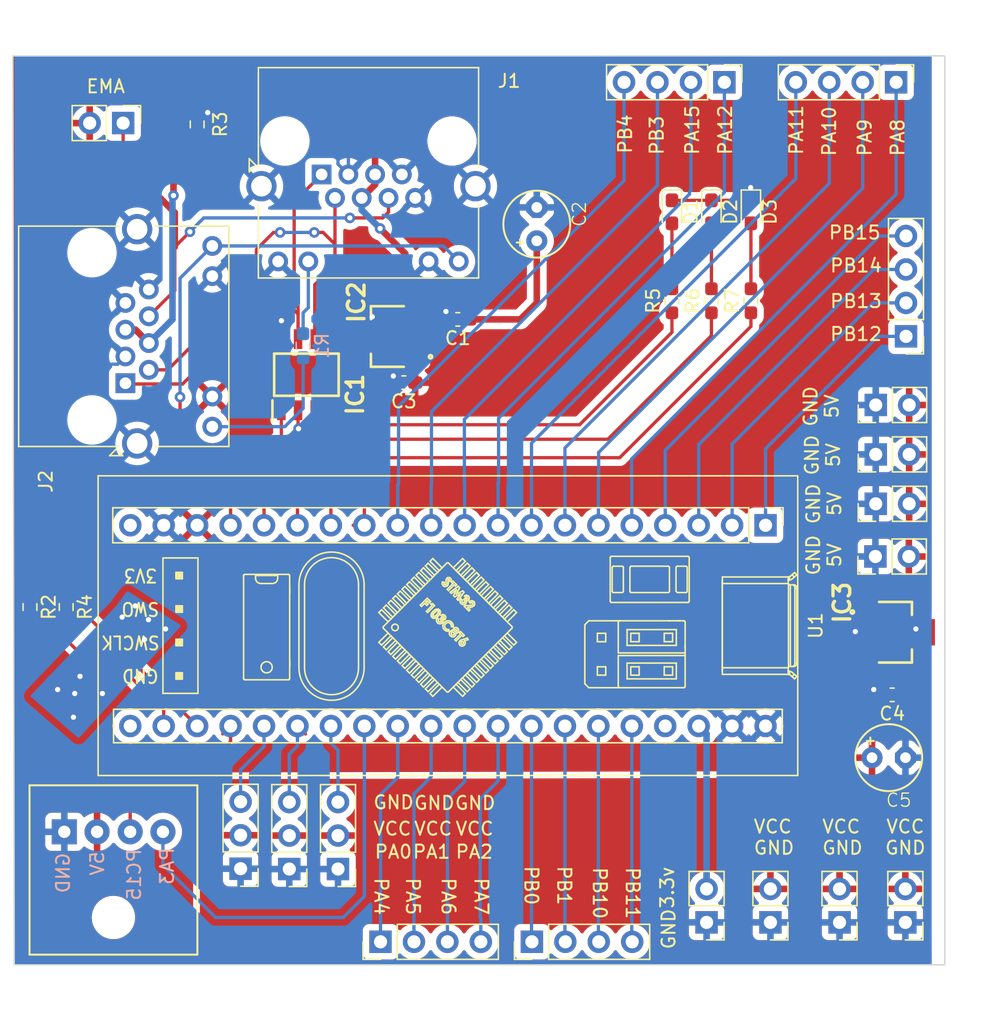
<source format=kicad_pcb>
(kicad_pcb (version 20221018) (generator pcbnew)
  (layers (0 "F.Cu" signal) (31 "B.Cu" signal) (34 "B.Paste" user) (35 "F.Paste" user) (36 "B.SilkS" user "B.Silkscreen") (37 "F.SilkS" user "F.Silkscreen") (38 "B.Mask" user) (39 "F.Mask" user) (44 "Edge.Cuts" user))
  (net 0 "")
  (net 1 "GND")
  (net 2 "5V")
  (net 3 "VCC")
  (net 4 "Net-(D1-A)")
  (net 5 "Net-(D2-A)")
  (net 6 "Net-(D3-A)")
  (net 7 "CAN_TX")
  (net 8 "CAN_RX")
  (net 9 "Net-(IC1-CANL)")
  (net 10 "Net-(IC1-CANH)")
  (net 11 "EMS_button")
  (net 12 "Net-(J1-Pad10)")
  (net 13 "LED_CAN")
  (net 14 "Net-(J2-Pad9)")
  (net 15 "servo0")
  (net 16 "servo1")
  (net 17 "servo2")
  (net 18 "Net-(J7-Pin_1)")
  (net 19 "Net-(J7-Pin_2)")
  (net 20 "Net-(J7-Pin_3)")
  (net 21 "Net-(J7-Pin_4)")
  (net 22 "Net-(J8-Pin_1)")
  (net 23 "Net-(J8-Pin_2)")
  (net 24 "Net-(J8-Pin_3)")
  (net 25 "Net-(J8-Pin_4)")
  (net 26 "/ENC_A")
  (net 27 "/ENC_B")
  (net 28 "Net-(J10-Pin_1)")
  (net 29 "Net-(J10-Pin_2)")
  (net 30 "Net-(J10-Pin_3)")
  (net 31 "Net-(J10-Pin_4)")
  (net 32 "Net-(J11-Pin_1)")
  (net 33 "Net-(J11-Pin_2)")
  (net 34 "Net-(J11-Pin_3)")
  (net 35 "Net-(J11-Pin_4)")
  (net 36 "Net-(J12-Pin_1)")
  (net 37 "Net-(J12-Pin_2)")
  (net 38 "Net-(J12-Pin_3)")
  (net 39 "Net-(J12-Pin_4)")
  (net 40 "3v3")
  (net 41 "EMS")
  (net 42 "Net-(U1-PC14)")
  (net 43 "LED0")
  (net 44 "LED1")
  (net 45 "LED2")
  (net 48 "/CAN_ENA")
  (footprint "Resistor_SMD:R_0603_1608Metric_Pad0.98x0.95mm_HandSolder" (layer "F.Cu") (at 107.26875 74.5875 90)
    (fp_text reference "R6")
    (fp_text value "1k")
  )
  (footprint "Connector_PinHeader_2.54mm:PinHeader_1x02_P2.54mm_Vertical" (layer "F.Cu") (at 119.75 86.25 90)
    (fp_text reference "J16" hide)
    (fp_text value "Conn_01x02_Pin")
  )
  (footprint "Resistor_SMD:R_0603_1608Metric_Pad0.98x0.95mm_HandSolder" (layer "F.Cu") (at 110.26875 74.5875 90)
    (fp_text reference "R7")
    (fp_text value "1k")
  )
  (footprint "Connector_PinHeader_2.54mm:PinHeader_1x04_P2.54mm_Vertical" (layer "F.Cu") (at 121.3 58 -90)
    (fp_text reference "J11" hide)
    (fp_text value "Conn_01x04_Pin")
  )
  (footprint "Connector_RJ:RJ45_Amphenol_RJHSE538X" (layer "F.Cu") (at 62.75 80.846 90)
    (fp_text reference "J2")
    (fp_text value "RJ45_LED_Shielded")
  )
  (footprint "Connector_PinHeader_2.54mm:PinHeader_1x04_P2.54mm_Vertical" (layer "F.Cu") (at 93.63 123.25 90)
    (fp_text reference "J10" hide)
    (fp_text value "Conn_01x04_Pin")
  )
  (footprint "LED_SMD:LED_0603_1608Metric_Pad1.05x0.95mm_HandSolder" (layer "F.Cu") (at 104.26875 67.8375 -90)
    (fp_text reference "D1")
    (fp_text value "D")
  )
  (footprint "LED_SMD:LED_0603_1608Metric_Pad1.05x0.95mm_HandSolder" (layer "F.Cu") (at 107.26875 67.8375 -90)
    (fp_text reference "D2")
    (fp_text value "D")
  )
  (footprint "LED_SMD:LED_0603_1608Metric_Pad1.05x0.95mm_HandSolder" (layer "F.Cu") (at 110.26875 67.8375 -90)
    (fp_text reference "D3")
    (fp_text value "D")
  )
  (footprint "Connector_PinHeader_2.54mm:PinHeader_1x04_P2.54mm_Vertical" (layer "F.Cu") (at 82.13 123.25 90)
    (fp_text reference "J7" hide)
    (fp_text value "Conn_01x04_Pin")
  )
  (footprint "Library:encoder_connect" (layer "F.Cu") (at 61.8462 118.15 180)
    (fp_text reference "J9" hide)
    (fp_text value "Conn_01x04_Pin")
  )
  (footprint "Connector_PinHeader_2.54mm:PinHeader_1x03_P2.54mm_Vertical" (layer "F.Cu") (at 71.5 117.7 180)
    (fp_text reference "J3" hide)
    (fp_text value "Conn_01x03_Pin")
  )
  (footprint "Connector_PinHeader_2.54mm:PinHeader_1x04_P2.54mm_Vertical" (layer "F.Cu") (at 122.05 77.29 180)
    (fp_text reference "J12" hide)
    (fp_text value "Conn_01x04_Pin")
  )
  (footprint "Capacitor_SMD:C_0603_1608Metric_Pad1.08x0.95mm_HandSolder" (layer "F.Cu") (at 88 76 180)
    (fp_text reference "C1")
    (fp_text value "47u")
  )
  (footprint "Library:4-PIN-HSOP" (layer "F.Cu") (at 82.65 77.3 90)
    (fp_text reference "IC2")
    (fp_text value "TA78L05F_F_" hide)
  )
  (footprint "Library:big_cap" (layer "F.Cu") (at 97.73 68.008 90)
    (fp_text reference "C2")
    (fp_text value "100n")
  )
  (footprint "Connector_PinHeader_2.54mm:PinHeader_1x02_P2.54mm_Vertical" (layer "F.Cu") (at 106.9 121.775 180)
    (fp_text reference "J18" hide)
    (fp_text value "Conn_01x02_Pin")
  )
  (footprint "Library:NCV7351D1ER2G" (layer "F.Cu") (at 76.5 80.2 90)
    (fp_text reference "IC1")
    (fp_text value "NCV7351D1ER2G" hide)
  )
  (footprint "Connector_PinHeader_2.54mm:PinHeader_1x02_P2.54mm_Vertical" (layer "F.Cu") (at 117 121.775 180)
    (fp_text reference "J19" hide)
    (fp_text value "Conn_01x02_Pin")
  )
  (footprint "Resistor_SMD:R_0603_1608Metric_Pad0.98x0.95mm_HandSolder" (layer "F.Cu") (at 58.25 97.8375 -90)
    (fp_text reference "R4")
    (fp_text value "100")
  )
  (footprint "Resistor_SMD:R_0603_1608Metric_Pad0.98x0.95mm_HandSolder" (layer "F.Cu") (at 104.26875 74.5875 90)
    (fp_text reference "R5")
    (fp_text value "1k")
  )
  (footprint "Connector_PinHeader_2.54mm:PinHeader_1x02_P2.54mm_Vertical" (layer "F.Cu") (at 122 121.775 180)
    (fp_text reference "J6" hide)
    (fp_text value "Conn_01x02_Pin")
  )
  (footprint "Connector_PinHeader_2.54mm:PinHeader_1x02_P2.54mm_Vertical" (layer "F.Cu") (at 119.75 90 90)
    (fp_text reference "J15" hide)
    (fp_text value "Conn_01x02_Pin")
  )
  (footprint "Connector_PinHeader_2.54mm:PinHeader_1x03_P2.54mm_Vertical" (layer "F.Cu") (at 78.9 117.725 180)
    (fp_text reference "J5" hide)
    (fp_text value "Conn_01x03_Pin")
  )
  (footprint "Connector_PinHeader_2.54mm:PinHeader_1x02_P2.54mm_Vertical" (layer "F.Cu") (at 62.575 61.1 -90)
    (fp_text reference "J13" hide)
    (fp_text value "Conn_01x02_Pin")
  )
  (footprint "Connector_PinHeader_2.54mm:PinHeader_1x02_P2.54mm_Vertical" (layer "F.Cu") (at 119.75 82.5 90)
    (fp_text reference "J17" hide)
    (fp_text value "Conn_01x02_Pin")
  )
  (footprint "Resistor_SMD:R_0603_1608Metric_Pad0.98x0.95mm_HandSolder" (layer "F.Cu") (at 55.5 97.8375 -90)
    (fp_text reference "R2")
    (fp_text value "1k")
  )
  (footprint "Resistor_SMD:R_0603_1608Metric_Pad0.98x0.95mm_HandSolder" (layer "F.Cu") (at 68.2 61.2 -90)
    (fp_text reference "R3")
    (fp_text value "100k")
  )
  (footprint "Library:big_cap" (layer "F.Cu") (at 121.5 113)
    (fp_text reference "C5")
    (fp_text value "100n")
  )
  (footprint "Capacitor_SMD:C_0603_1608Metric_Pad1.08x0.95mm_HandSolder" (layer "F.Cu") (at 83.9 80.8 180)
    (fp_text reference "C3")
    (fp_text value "330n")
  )
  (footprint "Library:YAAJ_BluePill_1" (layer "F.Cu") (at 111.38 91.63 -90)
    (fp_text reference "U1")
    (fp_text value "~" hide)
  )
  (footprint "Library:4-PIN-HSOP" (layer "F.Cu") (at 121.25 99.75 -90)
    (fp_text reference "IC3")
    (fp_text value "TA78L05F_F_" hide)
  )
  (footprint "Connector_PinHeader_2.54mm:PinHeader_1x04_P2.54mm_Vertical" (layer "F.Cu") (at 108.25 58 -90)
    (fp_text reference "J8" hide)
    (fp_text value "Conn_01x04_Pin")
  )
  (footprint "Connector_PinHeader_2.54mm:PinHeader_1x02_P2.54mm_Vertical" (layer "F.Cu") (at 111.75 121.775 180)
    (fp_text reference "J20" hide)
    (fp_text value "Conn_01x02_Pin")
  )
  (footprint "Connector_PinHeader_2.54mm:PinHeader_1x03_P2.54mm_Vertical" (layer "F.Cu") (at 75.2 117.725 180)
    (fp_text reference "J4" hide)
    (fp_text value "Conn_01x03_Pin")
  )
  (footprint "Capacitor_SMD:C_0603_1608Metric_Pad1.08x0.95mm_HandSolder" (layer "F.Cu") (at 121 104.5 180)
    (fp_text reference "C4")
    (fp_text value "47u")
  )
  (footprint "Connector_RJ:RJ45_Amphenol_RJHSE538X" (layer "F.Cu") (at 77.654 65)
    (fp_text reference "J1")
    (fp_text value "RJ45_LED_Shielded")
  )
  (footprint "Connector_PinHeader_2.54mm:PinHeader_1x02_P2.54mm_Vertical" (layer "F.Cu") (at 119.725 94 90)
    (fp_text reference "J14" hide)
    (fp_text value "Conn_01x02_Pin")
  )
  (footprint "Resistor_SMD:R_0603_1608Metric_Pad0.98x0.95mm_HandSolder" (layer "B.Cu") (at 76.25 78 90)
    (fp_text reference "R1")
    (fp_text value "100Ω")
  )
  (gr_line (start 125 56) (end 124.2 56) (stroke (width 0.1)) (layer "Edge.Cuts"))
  (gr_line (start 124 125) (end 124.2 125) (stroke (width 0.1)) (layer "Edge.Cuts"))
  (gr_line (start 124.2 56) (end 124 56) (stroke (width 0.1)) (layer "Edge.Cuts"))
  (gr_line (start 125 125) (end 125 56) (stroke (width 0.1)) (layer "Edge.Cuts"))
  (gr_line (start 124 56) (end 54.2 56) (stroke (width 0.1)) (layer "Edge.Cuts"))
  (gr_line (start 54.3 125) (end 124 125) (stroke (width 0.1)) (layer "Edge.Cuts"))
  (gr_line (start 54.2 56) (end 54.3 125) (stroke (width 0.1)) (layer "Edge.Cuts"))
  (gr_line (start 124.2 125) (end 125 125) (stroke (width 0.1)) (layer "Edge.Cuts"))
  (gr_text "PC15" (at 64 116.1 -270) (layer "B.SilkS") (effects (font (size 1 1)) (justify left bottom mirror)))
  (gr_text "PA3" (at 66.5 116 -270) (layer "B.SilkS") (effects (font (size 1 1)) (justify left bottom mirror)))
  (gr_text "5V" (at 61.2 116.3 -270) (layer "B.SilkS") (effects (font (size 1 1)) (justify left bottom mirror)))
  (gr_text "GND" (at 58.6 116.4 -270) (layer "B.SilkS") (effects (font (size 1 1)) (justify left bottom mirror)))
  (gr_text "PB10" (at 98.2 117.5 270) (layer "F.SilkS") (effects (font (size 1 1)) (justify left bottom)))
  (gr_text "GND\n5V" (at 117.2 93.9 90) (layer "F.SilkS") (effects (font (size 1 1)) (justify bottom)))
  (gr_text "PB1" (at 95.5 117.4 270) (layer "F.SilkS") (effects (font (size 1 1)) (justify left bottom)))
  (gr_text "PB4" (at 101.3 63.5 90) (layer "F.SilkS") (effects (font (size 1 1)) (justify left bottom)))
  (gr_text "EMA" (at 59.7 58.9) (layer "F.SilkS") (effects (font (size 1 1)) (justify left bottom)))
  (gr_text "PB14" (at 116.2 72.5) (layer "F.SilkS") (effects (font (size 1 1)) (justify left bottom)))
  (gr_text "PA1" (at 84.5 117) (layer "F.SilkS") (effects (font (size 1 1)) (justify left bottom)))
  (gr_text "GND" (at 84.6 113.3) (layer "F.SilkS") (effects (font (size 1 1)) (justify left bottom)))
  (gr_text "VCC" (at 84.6 115.25) (layer "F.SilkS") (effects (font (size 1 1)) (justify left bottom)))
  (gr_text "PB3" (at 103.7 63.6 90) (layer "F.SilkS") (effects (font (size 1 1)) (justify left bottom)))
  (gr_text "GND" (at 104.6 123.9 90) (layer "F.SilkS") (effects (font (size 1 1)) (justify left bottom)))
  (gr_text "PA6" (at 86.7 118.3 270) (layer "F.SilkS") (effects (font (size 1 1)) (justify left bottom)))
  (gr_text "GND\n5V" (at 117.1 86.3 90) (layer "F.SilkS") (effects (font (size 1 1)) (justify bottom)))
  (gr_text "PA12" (at 108.9 63.6 90) (layer "F.SilkS") (effects (font (size 1 1)) (justify left bottom)))
  (gr_text "3.3v" (at 104.5 120.8 90) (layer "F.SilkS") (effects (font (size 1 1)) (justify left bottom)))
  (gr_text "VCC\nGND" (at 110.4 116.7) (layer "F.SilkS") (effects (font (size 1 1)) (justify left bottom)))
  (gr_text "GND" (at 87.7 113.3) (layer "F.SilkS") (effects (font (size 1 1)) (justify left bottom)))
  (gr_text "PA2" (at 87.75 117) (layer "F.SilkS") (effects (font (size 1 1)) (justify left bottom)))
  (gr_text "PB13" (at 116.2 75.2) (layer "F.SilkS") (effects (font (size 1 1)) (justify left bottom)))
  (gr_text "PA9" (at 119.5 63.7 90) (layer "F.SilkS") (effects (font (size 1 1)) (justify left bottom)))
  (gr_text "VCC\nGND" (at 115.6 116.7) (layer "F.SilkS") (effects (font (size 1 1)) (justify left bottom)))
  (gr_text "GND\n5V" (at 117.2 90 90) (layer "F.SilkS") (effects (font (size 1 1)) (justify bottom)))
  (gr_text "GND\n5V" (at 117 82.6 90) (layer "F.SilkS") (effects (font (size 1 1)) (justify bottom)))
  (gr_text "VCC" (at 87.75 115.25) (layer "F.SilkS") (effects (font (size 1 1)) (justify left bottom)))
  (gr_text "GND" (at 81.5 113.25) (layer "F.SilkS") (effects (font (size 1 1)) (justify left bottom)))
  (gr_text "PB15" (at 116.1 70) (layer "F.SilkS") (effects (font (size 1 1)) (justify left bottom)))
  (gr_text "PA15" (at 106.4 63.6 90) (layer "F.SilkS") (effects (font (size 1 1)) (justify left bottom)))
  (gr_text "PA10" (at 116.8 63.7 90) (layer "F.SilkS") (effects (font (size 1 1)) (justify left bottom)))
  (gr_text "VCC\nGND" (at 122 116.7) (layer "F.SilkS") (effects (font (size 1 1)) (justify bottom)))
  (gr_text "PA8" (at 122 63.7 90) (layer "F.SilkS") (effects (font (size 1 1)) (justify left bottom)))
  (gr_text "PA7" (at 89.2 118.3 270) (layer "F.SilkS") (effects (font (size 1 1)) (justify left bottom)))
  (gr_text "PB11" (at 100.7 117.5 270) (layer "F.SilkS") (effects (font (size 1 1)) (justify left bottom)))
  (gr_text "VCC" (at 81.5 115.25) (layer "F.SilkS") (effects (font (size 1 1)) (justify left bottom)))
  (gr_text "PA0" (at 81.6 117) (layer "F.SilkS") (effects (font (size 1 1)) (justify left bottom)))
  (gr_text "PB12" (at 116.2 77.7) (layer "F.SilkS") (effects (font (size 1 1)) (justify left bottom)))
  (gr_text "PA5" (at 84 118.3 270) (layer "F.SilkS") (effects (font (size 1 1)) (justify left bottom)))
  (gr_text "PA4" (at 81.6 118.3 270) (layer "F.SilkS") (effects (font (size 1 1)) (justify left bottom)))
  (gr_text "PA11" (at 114.3 63.6 90) (layer "F.SilkS") (effects (font (size 1 1)) (justify left bottom)))
  (gr_text "PB0" (at 93 117.4 270) (layer "F.SilkS") (effects (font (size 1 1)) (justify left bottom)))
  (segment (start 87.1375 76) (end 87.1375 75.4375) (width 0.25) (layer "F.Cu") (net 1))
  (segment (start 87.1375 75.4375) (end 87.1 75.4) (width 0.25) (layer "F.Cu") (net 1))
  (segment (start 75.865 84.265) (end 75.9 84.3) (width 0.25) (layer "F.Cu") (net 1))
  (segment (start 120.1375 104.5) (end 120 104.5) (width 0.5) (layer "F.Cu") (net 1))
  (segment (start 110.26875 66.9625) (end 110.26875 66.01875) (width 0.25) (layer "F.Cu") (net 1))
  (segment (start 74.595 77.5) (end 74.595 76.105) (width 0.25) (layer "F.Cu") (net 1))
  (segment (start 119.5 99.75) (end 118.25 99.75) (width 0.5) (layer "F.Cu") (net 1))
  (segment (start 83.0375 80.3625) (end 83.1 80.3) (width 0.25) (layer "F.Cu") (net 1))
  (segment (start 74.595 76.105) (end 74.6 76.1) (width 0.25) (layer "F.Cu") (net 1))
  (segment (start 122.375 99.75) (end 122.55 99.75) (width 0.5) (layer "F.Cu") (net 1))
  (segment (start 118.25 99.75) (end 118.2 99.7) (width 0.5) (layer "F.Cu") (net 1))
  (segment (start 110.26875 66.9625) (end 104.26875 66.9625) (width 0.25) (layer "F.Cu") (net 1))
  (segment (start 82.1 80.8) (end 83.0375 80.8) (width 0.25) (layer "F.Cu") (net 1))
  (segment (start 122.55 99.75) (end 122.8 99.5) (width 0.5) (layer "F.Cu") (net 1))
  (segment (start 110.26875 66.01875) (end 110.25 66) (width 0.25) (layer "F.Cu") (net 1))
  (segment (start 81.525 77.3) (end 81.525 80.225) (width 0.25) (layer "F.Cu") (net 1))
  (segment (start 68.9875 60.2875) (end 69 60.3) (width 0.25) (layer "F.Cu") (net 1))
  (segment (start 120 104.5) (end 119.6 104.1) (width 0.5) (layer "F.Cu") (net 1))
  (segment (start 87.1375 76.1625) (end 86 77.3) (width 0.25) (layer "F.Cu") (net 1))
  (segment (start 83.0375 80.8) (end 83.0375 80.3625) (width 0.25) (layer "F.Cu") (net 1))
  (segment (start 75.865 82.9) (end 75.865 84.265) (width 0.25) (layer "F.Cu") (net 1))
  (segment (start 81.525 75.825) (end 81.5 75.8) (width 0.25) (layer "F.Cu") (net 1))
  (segment (start 81.525 77.3) (end 81.525 75.825) (width 0.25) (layer "F.Cu") (net 1))
  (segment (start 86 77.3) (end 84.4 77.3) (width 0.25) (layer "F.Cu") (net 1))
  (segment (start 81.525 80.225) (end 82.1 80.8) (width 0.25) (layer "F.Cu") (net 1))
  (segment (start 68.2 60.2875) (end 68.9875 60.2875) (width 0.25) (layer "F.Cu") (net 1))
  (segment (start 87.1375 76) (end 87.1375 76.1625) (width 0.25) (layer "F.Cu") (net 1))
  (via (at 118.2 99.7) (size 0.8) (drill 0.4) (layers "F.Cu" "B.Cu") (net 1))
  (via (at 119.6 104.1) (size 0.8) (drill 0.4) (layers "F.Cu" "B.Cu") (net 1))
  (via (at 75.9 84.3) (size 0.8) (drill 0.4) (layers "F.Cu" "B.Cu") (net 1))
  (via (at 122.8 99.5) (size 0.8) (drill 0.4) (layers "F.Cu" "B.Cu") (net 1))
  (via (at 74.6 76.1) (size 0.8) (drill 0.4) (layers "F.Cu" "B.Cu") (net 1))
  (via (at 81.5 75.8) (size 0.8) (drill 0.4) (layers "F.Cu" "B.Cu") (net 1))
  (via (at 83.1 80.3) (size 0.8) (drill 0.4) (layers "F.Cu" "B.Cu") (net 1))
  (via (at 87.1 75.4) (size 0.8) (drill 0.4) (layers "F.Cu" "B.Cu") (net 1))
  (via (at 110.25 66) (size 0.8) (drill 0.4) (layers "F.Cu" "B.Cu") (net 1))
  (via (at 69 60.3) (size 0.8) (drill 0.4) (layers "F.Cu" "B.Cu") (net 1))
  (segment (start 62.75 78.814) (end 62.164 79.4) (width 0.25) (layer "B.Cu") (net 1))
  (segment (start 79.686 65) (end 78.9 64.214) (width 0.25) (layer "B.Cu") (net 1))
  (segment (start 79.686 65) (end 79.686 63.614) (width 0.25) (layer "B.Cu") (net 1))
  (segment (start 62.164 79.4) (end 61.6 79.4) (width 0.25) (layer "B.Cu") (net 1))
  (segment (start 78.975 117.83) (end 79 117.805) (width 0.5) (layer "B.Cu") (net 1))
  (segment (start 78.9 64.214) (end 78.9 63.8) (width 0.25) (layer "B.Cu") (net 1))
  (via (at 64.2 100.3) (size 0.8) (drill 0.4) (layers "F.Cu" "B.Cu") (net 2))
  (via (at 57.6 104.1) (size 0.8) (drill 0.4) (layers "F.Cu" "B.Cu") (net 2))
  (via (at 61 104.4) (size 0.8) (drill 0.4) (layers "F.Cu" "B.Cu") (net 2))
  (via (at 63.5 97.75) (size 0.8) (drill 0.4) (layers "F.Cu" "B.Cu") (net 2))
  (via (at 65.8 99.5) (size 0.8) (drill 0.4) (layers "F.Cu" "B.Cu") (net 2))
  (via (at 62.5 98.6) (size 0.8) (drill 0.4) (layers "F.Cu" "B.Cu") (net 2))
  (via (at 58.9 104.4) (size 0.8) (drill 0.4) (layers "F.Cu" "B.Cu") (net 2))
  (via (at 64.5 98.8) (size 0.8) (drill 0.4) (layers "F.Cu" "B.Cu") (net 2))
  (via (at 58.8 106.2) (size 0.8) (drill 0.4) (layers "F.Cu" "B.Cu") (net 2))
  (via (at 59.3 103.1) (size 0.8) (drill 0.4) (layers "F.Cu" "B.Cu") (net 2))
  (segment (start 104.26875 73.675) (end 104.26875 68.7125) (width 0.25) (layer "F.Cu") (net 4))
  (segment (start 107.26875 73.675) (end 107.26875 68.7125) (width 0.25) (layer "F.Cu") (net 5))
  (segment (start 110.26875 73.675) (end 110.26875 68.7125) (width 0.25) (layer "F.Cu") (net 6))
  (segment (start 74.595 84.905) (end 70.74 88.76) (width 0.25) (layer "F.Cu") (net 7))
  (segment (start 74.595 82.9) (end 74.595 84.905) (width 0.25) (layer "F.Cu") (net 7))
  (segment (start 70.74 88.76) (end 70.74 91.63) (width 0.25) (layer "F.Cu") (net 7))
  (segment (start 78.405 83.995) (end 73.28 89.12) (width 0.25) (layer "F.Cu") (net 8))
  (segment (start 73.28 89.12) (end 73.28 91.63) (width 0.25) (layer "F.Cu") (net 8))
  (segment (start 78.405 82.9) (end 78.405 83.995) (width 0.25) (layer "F.Cu") (net 8))
  (segment (start 72.7 73.1) (end 72.7 70.7) (width 0.25) (layer "F.Cu") (net 9))
  (segment (start 78.67 70.3) (end 78.67 71.83) (width 0.25) (layer "F.Cu") (net 9))
  (segment (start 64.53 79.83) (end 65.97 79.83) (width 0.25) (layer "F.Cu") (net 9))
  (segment (start 78.67 66.78) (end 78.67 70.3) (width 0.25) (layer "F.Cu") (net 9))
  (segment (start 77.135 73.365) (end 77.135 77.5) (width 0.25) (layer "F.Cu") (net 9))
  (segment (start 72.7 70.7) (end 74 69.4) (width 0.25) (layer "F.Cu") (net 9))
  (segment (start 77.1 69.4) (end 77.77 69.4) (width 0.25) (layer "F.Cu") (net 9))
  (segment (start 65.97 79.83) (end 72.7 73.1) (width 0.25) (layer "F.Cu") (net 9))
  (segment (start 74 69.4) (end 74.5 69.4) (width 0.25) (layer "F.Cu") (net 9))
  (segment (start 77.77 69.4) (end 78.67 70.3) (width 0.25) (layer "F.Cu") (net 9))
  (segment (start 78.67 71.83) (end 77.135 73.365) (width 0.25) (layer "F.Cu") (net 9))
  (via (at 74.5 69.4) (size 0.8) (drill 0.4) (layers "F.Cu" "B.Cu") (net 9))
  (via (at 77.1 69.4) (size 0.8) (drill 0.4) (layers "F.Cu" "B.Cu") (net 9))
  (segment (start 74.5 69.4) (end 77.1 69.4) (width 0.25) (layer "B.Cu") (net 9))
  (segment (start 74.965 74.7) (end 75.865 75.6) (width 0.25) (layer "F.Cu") (net 10))
  (segment (start 62.75 80.846) (end 62.809 80.905) (width 0.25) (layer "F.Cu") (net 10))
  (segment (start 75.569 67.085) (end 75.569 73.569) (width 0.25) (layer "F.Cu") (net 10))
  (segment (start 73.3 74.7) (end 74.965 74.7) (width 0.25) (layer "F.Cu") (net 10))
  (segment (start 67.095 80.905) (end 73.3 74.7) (width 0.25) (layer "F.Cu") (net 10))
  (segment (start 75.865 73.865) (end 75.865 75.6) (width 0.25) (layer "F.Cu") (net 10))
  (segment (start 75.569 73.569) (end 75.865 73.865) (width 0.25) (layer "F.Cu") (net 10))
  (segment (start 77.654 65) (end 75.569 67.085) (width 0.25) (layer "F.Cu") (net 10))
  (segment (start 62.809 80.905) (end 67.095 80.905) (width 0.25) (layer "F.Cu") (net 10))
  (segment (start 75.865 75.6) (end 75.865 77.5) (width 0.25) (layer "F.Cu") (net 10))
  (segment (start 82.3 68.3) (end 79.8 68.3) (width 0.25) (layer "F.Cu") (net 11))
  (segment (start 55.5 96.925) (end 55.5 70.175) (width 0.25) (layer "F.Cu") (net 11))
  (segment (start 62.575 63.1) (end 62.575 63.975) (width 0.25) (layer "F.Cu") (net 11))
  (segment (start 64.4 65.8) (end 64.5 65.9) (width 0.25) (layer "F.Cu") (net 11))
  (segment (start 64.5 65.9) (end 66.5 67.9) (width 0.5) (layer "F.Cu") (net 11))
  (segment (start 66.5 70.5) (end 66.5 73.796) (width 0.25) (layer "F.Cu") (net 11))
  (segment (start 66.5 67.9) (end 66.5 70.5) (width 0.5) (layer "F.Cu") (net 11))
  (segment (start 82.734 66.78) (end 82.734 67.866) (width 0.25) (layer "F.Cu") (net 11))
  (segment (start 64.4 64.3) (end 64.4 65.8) (width 0.25) (layer "F.Cu") (net 11))
  (segment (start 55.5 70.175) (end 62.575 63.1) (width 0.25) (layer "F.Cu") (net 11))
  (segment (start 82.734 67.866) (end 82.3 68.3) (width 0.25) (layer "F.Cu") (net 11))
  (segment (start 62.575 61.1) (end 62.575 63.1) (width 0.25) (layer "F.Cu") (net 11))
  (segment (start 68.2 62.1125) (end 66.5875 62.1125) (width 0.25) (layer "F.Cu") (net 11))
  (segment (start 66.5875 62.1125) (end 64.4 64.3) (width 0.25) (layer "F.Cu") (net 11))
  (segment (start 66.5 73.796) (end 64.53 75.766) (width 0.25) (layer "F.Cu") (net 11))
  (segment (start 62.575 63.975) (end 64.5 65.9) (width 0.25) (layer "F.Cu") (net 11))
  (segment (start 67.65 69.35) (end 66.5 70.5) (width 0.25) (layer "F.Cu") (net 11))
  (via (at 67.65 69.35) (size 0.8) (drill 0.4) (layers "F.Cu" "B.Cu") (net 11))
  (via (at 79.8 68.3) (size 0.8) (drill 0.4) (layers "F.Cu" "B.Cu") (net 11))
  (segment (start 68.7 68.3) (end 79.8 68.3) (width 0.25) (layer "B.Cu") (net 11))
  (segment (start 67.65 69.35) (end 68.7 68.3) (width 0.25) (layer "B.Cu") (net 11))
  (segment (start 76.644 71.6) (end 76.644 75.106) (width 0.25) (layer "B.Cu") (net 12))
  (segment (start 76.25 75.5) (end 76.25 77.0875) (width 0.25) (layer "B.Cu") (net 12))
  (segment (start 76.644 75.106) (end 76.25 75.5) (width 0.25) (layer "B.Cu") (net 12))
  (segment (start 66.9 81.9) (end 66.9 84.8) (width 0.25) (layer "F.Cu") (net 13))
  (segment (start 66.9 84.8) (end 58.25 93.45) (width 0.25) (layer "F.Cu") (net 13))
  (segment (start 58.25 93.45) (end 58.25 93.7) (width 0.25) (layer "F.Cu") (net 13))
  (segment (start 58.25 93.7) (end 58.25 96.925) (width 0.25) (layer "F.Cu") (net 13))
  (via (at 66.9 81.9) (size 0.8) (drill 0.4) (layers "F.Cu" "B.Cu") (net 13))
  (segment (start 69.35 70.426) (end 66.9 72.876) (width 0.25) (layer "B.Cu") (net 13))
  (segment (start 86.9 70.426) (end 69.35 70.426) (width 0.25) (layer "B.Cu") (net 13))
  (segment (start 88.074 71.6) (end 86.9 70.426) (width 0.25) (layer "B.Cu") (net 13))
  (segment (start 66.9 72.876) (end 66.9 81.9) (width 0.25) (layer "B.Cu") (net 13))
  (segment (start 76.25 82.75) (end 74.854 84.146) (width 0.25) (layer "B.Cu") (net 14))
  (segment (start 76.25 78.9125) (end 76.25 82.75) (width 0.25) (layer "B.Cu") (net 14))
  (segment (start 74.854 84.146) (end 69.35 84.146) (width 0.25) (layer "B.Cu") (net 14))
  (segment (start 73.28 106.87) (end 73.28 108.42) (width 0.25) (layer "B.Cu") (net 15))
  (segment (start 71.5 110.2) (end 71.5 112.62) (width 0.25) (layer "B.Cu") (net 15))
  (segment (start 73.28 108.42) (end 71.5 110.2) (width 0.25) (layer "B.Cu") (net 15))
  (segment (start 75.82 106.87) (end 76.425 107.475) (width 0.25) (layer "F.Cu") (net 16))
  (segment (start 75.82 108.38) (end 75.2 109) (width 0.25) (layer "B.Cu") (net 16))
  (segment (start 75.2 109) (end 75.2 112.645) (width 0.25) (layer "B.Cu") (net 16))
  (segment (start 75.82 106.87) (end 75.82 108.38) (width 0.25) (layer "B.Cu") (net 16))
  (segment (start 78.36 108.16) (end 78.9 108.7) (width 0.25) (layer "B.Cu") (net 17))
  (segment (start 78.9 108.7) (end 78.9 112.645) (width 0.25) (layer "B.Cu") (net 17))
  (segment (start 78.36 106.87) (end 78.36 108.16) (width 0.25) (layer "B.Cu") (net 17))
  (segment (start 83.44 110.76) (end 82.13 112.07) (width 0.25) (layer "B.Cu") (net 18))
  (segment (start 82.13 112.07) (end 82.13 123.25) (width 0.25) (layer "B.Cu") (net 18))
  (segment (start 83.44 106.87) (end 83.44 110.76) (width 0.25) (layer "B.Cu") (net 18))
  (segment (start 85.98 106.87) (end 85.98 110.72) (width 0.25) (layer "B.Cu") (net 19))
  (segment (start 84.67 112.03) (end 84.67 123.25) (width 0.25) (layer "B.Cu") (net 19))
  (segment (start 85.98 110.72) (end 84.67 112.03) (width 0.25) (layer "B.Cu") (net 19))
  (segment (start 88.52 106.87) (end 88.52 111.08) (width 0.25) (layer "B.Cu") (net 20))
  (segment (start 88.52 111.08) (end 87.21 112.39) (width 0.25) (layer "B.Cu") (net 20))
  (segment (start 87.21 112.39) (end 87.21 123.25) (width 0.25) (layer "B.Cu") (net 20))
  (segment (start 91.06 111.04) (end 89.7 112.4) (width 0.25) (layer "B.Cu") (net 21))
  (segment (start 89.7 112.4) (end 89.7 121.4) (width 0.25) (layer "B.Cu") (net 21))
  (segment (start 89.7 121.4) (end 89.75 121.45) (width 0.25) (layer "B.Cu") (net 21))
  (segment (start 91.06 106.87) (end 91.06 111.04) (width 0.25) (layer "B.Cu") (net 21))
  (segment (start 89.75 121.45) (end 89.75 123.25) (width 0.25) (layer "B.Cu") (net 21))
  (segment (start 108.25 66.35) (end 108.25 58) (width 0.25) (layer "B.Cu") (net 22))
  (segment (start 91.06 88.44) (end 91.06 91.63) (width 0.25) (layer "B.Cu") (net 22))
  (segment (start 91.1 88.4) (end 91.1 83.5) (width 0.25) (layer "B.Cu") (net 22))
  (segment (start 91.1 83.5) (end 108.25 66.35) (width 0.25) (layer "B.Cu") (net 22))
  (segment (start 91.1 88.4) (end 91.06 88.44) (width 0.25) (layer "B.Cu") (net 22))
  (segment (start 88.52 88.42) (end 88.52 91.63) (width 0.25) (layer "B.Cu") (net 23))
  (segment (start 105.71 66.19) (end 105.71 58) (width 0.25) (layer "B.Cu") (net 23))
  (segment (start 88.5 83.591132) (end 105.6 66.491132) (width 0.25) (layer "B.Cu") (net 23))
  (segment (start 105.6 66.3) (end 105.71 66.19) (width 0.25) (layer "B.Cu") (net 23))
  (segment (start 88.5 88.4) (end 88.52 88.42) (width 0.25) (layer "B.Cu") (net 23))
  (segment (start 88.5 88.4) (end 88.5 83.591132) (width 0.25) (layer "B.Cu") (net 23))
  (segment (start 105.6 66.491132) (end 105.6 66.3) (width 0.25) (layer "B.Cu") (net 23))
  (segment (start 86 88.5) (end 86 83) (width 0.25) (layer "B.Cu") (net 24))
  (segment (start 103.17 65.83) (end 86 83) (width 0.25) (layer "B.Cu") (net 24))
  (segment (start 103.17 58) (end 103.17 65.83) (width 0.25) (layer "B.Cu") (net 24))
  (segment (start 85.98 88.52) (end 85.98 91.63) (width 0.25) (layer "B.Cu") (net 24))
  (segment (start 86 88.5) (end 85.98 88.52) (width 0.25) (layer "B.Cu") (net 24))
  (segment (start 83.5 88.5) (end 83.44 88.56) (width 0.25) (layer "B.Cu") (net 25))
  (segment (start 100.63 65.47) (end 83.5 82.6) (width 0.25) (layer "B.Cu") (net 25))
  (segment (start 83.5 82.6) (end 83.5 88.5) (width 0.25) (layer "B.Cu") (net 25))
  (segment (start 83.44 88.56) (end 83.44 91.63) (width 0.25) (layer "B.Cu") (net 25))
  (segment (start 100.63 58) (end 100.63 65.47) (width 0.25) (layer "B.Cu") (net 25))
  (segment (start 70.74 106.87) (end 70.74 108.06) (width 0.25) (layer "F.Cu") (net 26))
  (segment (start 69 109.8) (end 64.9 109.8) (width 0.25) (layer "F.Cu") (net 26))
  (segment (start 63.1108 111.5892) (end 63.1108 114.9) (width 0.25) (layer "F.Cu") (net 26))
  (segment (start 70.74 106.87) (end 70.141432 107.468568) (width 0.25) (layer "F.Cu") (net 26))
  (segment (start 70.74 108.06) (end 69 109.8) (width 0.25) (layer "F.Cu") (net 26))
  (segment (start 64.9 109.8) (end 63.1108 111.5892) (width 0.25) (layer "F.Cu") (net 26))
  (segment (start 79.3 121.4) (end 80.9 119.8) (width 0.25) (layer "B.Cu") (net 27))
  (segment (start 65.6 114.9) (end 65.6 117.4) (width 0.25) (layer "B.Cu") (net 27))
  (segment (start 65.6 117.4) (end 69.6 121.4) (width 0.25) (layer "B.Cu") (net 27))
  (segment (start 69.6 121.4) (end 79.3 121.4) (width 0.25) (layer "B.Cu") (net 27))
  (segment (start 80.9 119.8) (end 80.9 106.87) (width 0.25) (layer "B.Cu") (net 27))
  (segment (start 93.6 123.22) (end 93.63 123.25) (width 0.25) (layer "F.Cu") (net 28))
  (segment (start 93.6 106.87) (end 93.6 123.22) (width 0.25) (layer "B.Cu") (net 28))
  (segment (start 96.14 123.22) (end 96.17 123.25) (width 0.25) (layer "F.Cu") (net 29))
  (segment (start 96.14 106.87) (end 96.14 123.22) (width 0.25) (layer "B.Cu") (net 29))
  (segment (start 98.68 123.22) (end 98.71 123.25) (width 0.25) (layer "F.Cu") (net 30))
  (segment (start 98.68 106.87) (end 98.68 123.22) (width 0.25) (layer "B.Cu") (net 30))
  (segment (start 101.22 123.22) (end 101.25 123.25) (width 0.25) (layer "F.Cu") (net 31))
  (segment (start 101.22 106.87) (end 101.22 123.22) (width 0.25) (layer "B.Cu") (net 31))
  (segment (start 101.22 88.12) (end 101.22 91.63) (width 0.25) (layer "B.Cu") (net 32))
  (segment (start 101.2 88.1) (end 101.22 88.12) (width 0.25) (layer "B.Cu") (net 32))
  (segment (start 101.2 88.1) (end 101.2 86.6) (width 0.25) (layer "B.Cu") (net 32))
  (segment (start 101.2 86.6) (end 121.3 66.5) (width 0.25) (layer "B.Cu") (net 32))
  (segment (start 121.3 66.5) (end 121.3 58) (width 0.25) (layer "B.Cu") (net 32))
  (segment (start 118.76 66.04) (end 118.76 58) (width 0.25) (layer "B.Cu") (net 33))
  (segment (start 98.7 88.2) (end 98.7 86.1) (width 0.25) (layer "B.Cu") (net 33))
  (segment (start 98.7 88.2) (end 98.68 88.22) (width 0.25) (layer "B.Cu") (net 33))
  (segment (start 98.68 88.22) (end 98.68 91.63) (width 0.25) (layer "B.Cu") (net 33))
  (segment (start 98.7 86.1) (end 118.76 66.04) (width 0.25) (layer "B.Cu") (net 33))
  (segment (start 116.22 65.68) (end 96.14 85.76) (width 0.25) (layer "B.Cu") (net 34))
  (segment (start 116.22 58) (end 116.22 65.68) (width 0.25) (layer "B.Cu") (net 34))
  (segment (start 96.14 85.76) (end 96.14 91.63) (width 0.25) (layer "B.Cu") (net 34))
  (segment (start 113.68 58) (end 113.68 65.32) (width 0.25) (layer "B.Cu") (net 35))
  (segment (start 93.6 85.4) (end 93.6 91.63) (width 0.25) (layer "B.Cu") (net 35))
  (segment (start 113.68 65.32) (end 93.6 85.4) (width 0.25) (layer "B.Cu") (net 35))
  (segment (start 111.38 91.63) (end 111.38 85.82) (width 0.25) (layer "B.Cu") (net 36))
  (segment (start 122.05 77.29) (end 119.91 77.29) (width 0.25) (layer "B.Cu") (net 36))
  (segment (start 119.91 77.29) (end 111.38 85.82) (width 0.25) (layer "B.Cu") (net 36))
  (segment (start 108.84 91.63) (end 108.84 85.46) (width 0.25) (layer "B.Cu") (net 37))
  (segment (start 119.55 74.75) (end 108.84 85.46) (width 0.25) (layer "B.Cu") (net 37))
  (segment (start 122.05 74.75) (end 119.55 74.75) (width 0.25) (layer "B.Cu") (net 37))
  (segment (start 119.59 72.21) (end 106.3 85.5) (width 0.25) (layer "B.Cu") (net 38))
  (segment (start 122.05 72.21) (end 119.59 72.21) (width 0.25) (layer "B.Cu") (net 38))
  (segment (start 106.3 91.63) (end 106.3 85.5) (width 0.25) (layer "B.Cu") (net 38))
  (segment (start 120.03 69.67) (end 103.76 85.94) (width 0.25) (layer "B.Cu") (net 39))
  (segment (start 122.05 69.67) (end 120.03 69.67) (width 0.25) (layer "B.Cu") (net 39))
  (segment (start 103.76 91.63) (end 103.76 85.94) (width 0.25) (layer "B.Cu") (net 39))
  (segment (start 106.3 106.87) (end 106.9 107.47) (width 0.5) (layer "F.Cu") (net 40))
  (segment (start 106.9 107.47) (end 106.9 119.235) (width 0.5) (layer "B.Cu") (net 40))
  (segment (start 55.5 98.75) (end 56.69 98.75) (width 0.25) (layer "F.Cu") (net 41))
  (segment (start 62.2 102.2) (end 65.66 105.66) (width 0.25) (layer "F.Cu") (net 41))
  (segment (start 56.69 98.75) (end 60.14 102.2) (width 0.25) (layer "F.Cu") (net 41))
  (segment (start 65.66 105.66) (end 65.66 106.87) (width 0.25) (layer "F.Cu") (net 41))
  (segment (start 60.14 102.2) (end 62.2 102.2) (width 0.25) (layer "F.Cu") (net 41))
  (segment (start 60.08 98.75) (end 58.25 98.75) (width 0.25) (layer "F.Cu") (net 42))
  (segment (start 68.2 106.87) (end 60.08 98.75) (width 0.25) (layer "F.Cu") (net 42))
  (segment (start 104.26875 75.5) (end 104.26875 76.98125) (width 0.25) (layer "F.Cu") (net 43))
  (segment (start 104.26875 76.98125) (end 97.25 84) (width 0.25) (layer "F.Cu") (net 43))
  (segment (start 79.75 84) (end 75.8 87.95) (width 0.25) (layer "F.Cu") (net 43))
  (segment (start 97.25 84) (end 79.75 84) (width 0.25) (layer "F.Cu") (net 43))
  (segment (start 75.8 87.95) (end 75.8 88.2) (width 0.25) (layer "F.Cu") (net 43))
  (segment (start 75.82 88.22) (end 75.82 91.63) (width 0.25) (layer "F.Cu") (net 43))
  (segment (start 75.8 88.2) (end 75.82 88.22) (width 0.25) (layer "F.Cu") (net 43))
  (segment (start 81.2 85.1) (end 78.36 87.94) (width 0.25) (layer "F.Cu") (net 44))
  (segment (start 99.4 85.1) (end 81.2 85.1) (width 0.25) (layer "F.Cu") (net 44))
  (segment (start 78.36 87.94) (end 78.36 91.63) (width 0.25) (layer "F.Cu") (net 44))
  (segment (start 107.26875 77.23125) (end 99.4 85.1) (width 0.25) (layer "F.Cu") (net 44))
  (segment (start 107.26875 75.5) (end 107.26875 77.23125) (width 0.25) (layer "F.Cu") (net 44))
  (segment (start 110.26875 75.5) (end 110.26875 76.53125) (width 0.25) (layer "F.Cu") (net 45))
  (segment (start 80.9 88.1) (end 80.9 91.63) (width 0.25) (layer "F.Cu") (net 45))
  (segment (start 82.5 86.5) (end 80.9 88.1) (width 0.25) (layer "F.Cu") (net 45))
  (segment (start 100.3 86.5) (end 82.5 86.5) (width 0.25) (layer "F.Cu") (net 45))
  (segment (start 110.26875 76.53125) (end 100.3 86.5) (width 0.25) (layer "F.Cu") (net 45))
  (segment (start 80.9 91.63) (end 80.05 91.63) (width 0.25) (layer "F.Cu") (net 45))
  (segment (start 84.65 73.85) (end 84.65 74.3) (width 0.5) (layer "F.Cu") (net 48))
  (segment (start 84.65 74.3) (end 88.3 74.3) (width 0.5) (layer "F.Cu") (net 48))
  (segment (start 62.75 76.782) (end 63.514 76.782) (width 0.5) (layer "F.Cu") (net 48))
  (segment (start 84 73.2) (end 84.65 73.85) (width 0.5) (layer "F.Cu") (net 48))
  (segment (start 79.9 61.3) (end 78.5 59.9) (width 0.5) (layer "F.Cu") (net 48))
  (segment (start 92.75 76) (end 94 74.75) (width 0.5) (layer "F.Cu") (net 48))
  (segment (start 81.718 65) (end 81.718 63.118) (width 0.5) (layer "F.Cu") (net 48))
  (segment (start 94 74.75) (end 94 70.04) (width 0.5) (layer "F.Cu") (net 48))
  (segment (start 88.3 74.3) (end 88.8625 74.8625) (width 0.5) (layer "F.Cu") (net 48))
  (segment (start 88.8625 76) (end 92.75 76) (width 0.5) (layer "F.Cu") (net 48))
  (segment (start 63.514 76.782) (end 64.53 77.798) (width 0.5) (layer "F.Cu") (net 48))
  (segment (start 78.5 59.9) (end 72.2 59.9) (width 0.5) (layer "F.Cu") (net 48))
  (segment (start 81.718 65) (end 81.718 65.764) (width 0.5) (layer "F.Cu") (net 48))
  (segment (start 84.65 74.3) (end 84.65 75.8) (width 0.5) (layer "F.Cu") (net 48))
  (segment (start 81.718 63.118) (end 79.9 61.3) (width 0.5) (layer "F.Cu") (net 48))
  (segment (start 84 71) (end 84 73.2) (width 0.5) (layer "F.Cu") (net 48))
  (segment (start 88.8625 74.8625) (end 88.8625 76) (width 0.5) (layer "F.Cu") (net 48))
  (segment (start 82.1 69.1) (end 84 71) (width 0.5) (layer "F.Cu") (net 48))
  (segment (start 72.2 59.9) (end 66.400688 65.699312) (width 0.5) (layer "F.Cu") (net 48))
  (segment (start 66.400688 65.699312) (end 66.400688 66.599312) (width 0.5) (layer "F.Cu") (net 48))
  (segment (start 81.718 65.764) (end 80.702 66.78) (width 0.5) (layer "F.Cu") (net 48))
  (via (at 66.400688 66.599312) (size 0.8) (drill 0.4) (layers "F.Cu" "B.Cu") (net 48))
  (via (at 82.1 69.1) (size 0.8) (drill 0.4) (layers "F.Cu" "B.Cu") (net 48))
  (segment (start 80.702 66.78) (end 80.702 67.702) (width 0.5) (layer "B.Cu") (net 48))
  (segment (start 66.325 66.675) (end 66.325 76.003) (width 0.5) (layer "B.Cu") (net 48))
  (segment (start 66.325 76.003) (end 64.53 77.798) (width 0.5) (layer "B.Cu") (net 48))
  (segment (start 80.702 67.702) (end 82.1 69.1) (width 0.5) (layer "B.Cu") (net 48))
  (segment (start 66.400688 66.599312) (end 66.325 66.675) (width 0.5) (layer "B.Cu") (net 48))
  (zone (net 2) (net_name "5V") (layer "F.Cu") (connect_pads (clearance 0.5)) (min_thickness 0.25) (fill yes (thermal_gap 0.5) (thermal_bridge_width 0.5))
    (polygon (pts (xy 54.2 56) (xy 54.3 124.9) (xy 124 125) (xy 124 56)))
  )
  (zone (net 3) (net_name "VCC") (layer "F.Cu") (priority 2) (connect_pads (clearance 0.5)) (min_thickness 0.25) (fill yes (thermal_gap 0.5) (thermal_bridge_width 0.5))
    (polygon (pts (xy 68.4 124.9) (xy 124 125) (xy 123.9 99.7) (xy 114 99.7) (xy 114 110.8) (xy 68.4 110.9)))
  )
  (zone (net 2) (net_name "5V") (layer "B.Cu") (priority 4) (connect_pads (clearance 0.5)) (min_thickness 0.25) (fill yes (thermal_gap 0.5) (thermal_bridge_width 0.5))
    (polygon (pts (xy 62.1 97.7) (xy 55.5 104.6) (xy 59.2 107.8) (xy 67 99.25) (xy 62.9 96.6) (xy 62 97.8)))
  )
  (zone (net 1) (net_name "GND") (layer "B.Cu") (connect_pads (clearance 0.5)) (min_thickness 0.25) (fill yes (thermal_gap 0.5) (thermal_bridge_width 0.5))
    (polygon (pts (xy 54.3 56) (xy 54.3 125) (xy 124 125) (xy 124 56)))
  )
)
</source>
